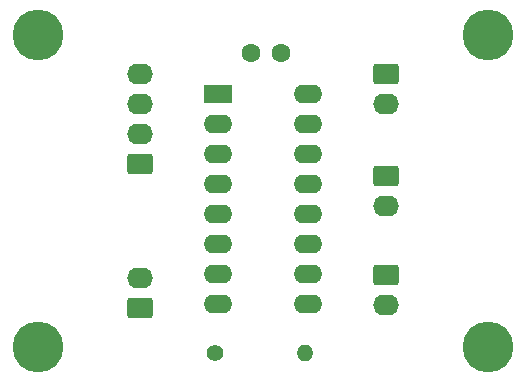
<source format=gbr>
%TF.GenerationSoftware,KiCad,Pcbnew,(6.0.1)*%
%TF.CreationDate,2022-01-30T10:27:47+01:00*%
%TF.ProjectId,4led,346c6564-2e6b-4696-9361-645f70636258,rev?*%
%TF.SameCoordinates,Original*%
%TF.FileFunction,Soldermask,Bot*%
%TF.FilePolarity,Negative*%
%FSLAX46Y46*%
G04 Gerber Fmt 4.6, Leading zero omitted, Abs format (unit mm)*
G04 Created by KiCad (PCBNEW (6.0.1)) date 2022-01-30 10:27:47*
%MOMM*%
%LPD*%
G01*
G04 APERTURE LIST*
G04 Aperture macros list*
%AMRoundRect*
0 Rectangle with rounded corners*
0 $1 Rounding radius*
0 $2 $3 $4 $5 $6 $7 $8 $9 X,Y pos of 4 corners*
0 Add a 4 corners polygon primitive as box body*
4,1,4,$2,$3,$4,$5,$6,$7,$8,$9,$2,$3,0*
0 Add four circle primitives for the rounded corners*
1,1,$1+$1,$2,$3*
1,1,$1+$1,$4,$5*
1,1,$1+$1,$6,$7*
1,1,$1+$1,$8,$9*
0 Add four rect primitives between the rounded corners*
20,1,$1+$1,$2,$3,$4,$5,0*
20,1,$1+$1,$4,$5,$6,$7,0*
20,1,$1+$1,$6,$7,$8,$9,0*
20,1,$1+$1,$8,$9,$2,$3,0*%
G04 Aperture macros list end*
%ADD10C,4.300000*%
%ADD11C,1.400000*%
%ADD12O,1.400000X1.400000*%
%ADD13RoundRect,0.250000X-0.845000X0.620000X-0.845000X-0.620000X0.845000X-0.620000X0.845000X0.620000X0*%
%ADD14O,2.190000X1.740000*%
%ADD15C,1.600000*%
%ADD16RoundRect,0.250000X0.845000X-0.620000X0.845000X0.620000X-0.845000X0.620000X-0.845000X-0.620000X0*%
%ADD17R,2.400000X1.600000*%
%ADD18O,2.400000X1.600000*%
G04 APERTURE END LIST*
D10*
%TO.C,REF\u002A\u002A*%
X70612000Y-77724000D03*
%TD*%
D11*
%TO.C,R1*%
X85598000Y-78232000D03*
D12*
X93218000Y-78232000D03*
%TD*%
D10*
%TO.C,REF\u002A\u002A*%
X108712000Y-51308000D03*
%TD*%
D13*
%TO.C,J2*%
X100056000Y-54610000D03*
D14*
X100056000Y-57150000D03*
%TD*%
D15*
%TO.C,C1*%
X88666000Y-52832000D03*
X91166000Y-52832000D03*
%TD*%
D16*
%TO.C,J5*%
X79267990Y-74422000D03*
D14*
X79267990Y-71882000D03*
%TD*%
D13*
%TO.C,J4*%
X100076000Y-71628000D03*
D14*
X100076000Y-74168000D03*
%TD*%
D10*
%TO.C,REF\u002A\u002A*%
X108712000Y-77724000D03*
%TD*%
D13*
%TO.C,J3*%
X100056000Y-63246000D03*
D14*
X100056000Y-65786000D03*
%TD*%
D16*
%TO.C,J1*%
X79248000Y-62230000D03*
D14*
X79248000Y-59690000D03*
X79248000Y-57150000D03*
X79248000Y-54610000D03*
%TD*%
D10*
%TO.C,REF\u002A\u002A*%
X70612000Y-51308000D03*
%TD*%
D17*
%TO.C,U1*%
X85842000Y-56324000D03*
D18*
X85842000Y-58864000D03*
X85842000Y-61404000D03*
X85842000Y-63944000D03*
X85842000Y-66484000D03*
X85842000Y-69024000D03*
X85842000Y-71564000D03*
X85842000Y-74104000D03*
X93462000Y-74104000D03*
X93462000Y-71564000D03*
X93462000Y-69024000D03*
X93462000Y-66484000D03*
X93462000Y-63944000D03*
X93462000Y-61404000D03*
X93462000Y-58864000D03*
X93462000Y-56324000D03*
%TD*%
M02*

</source>
